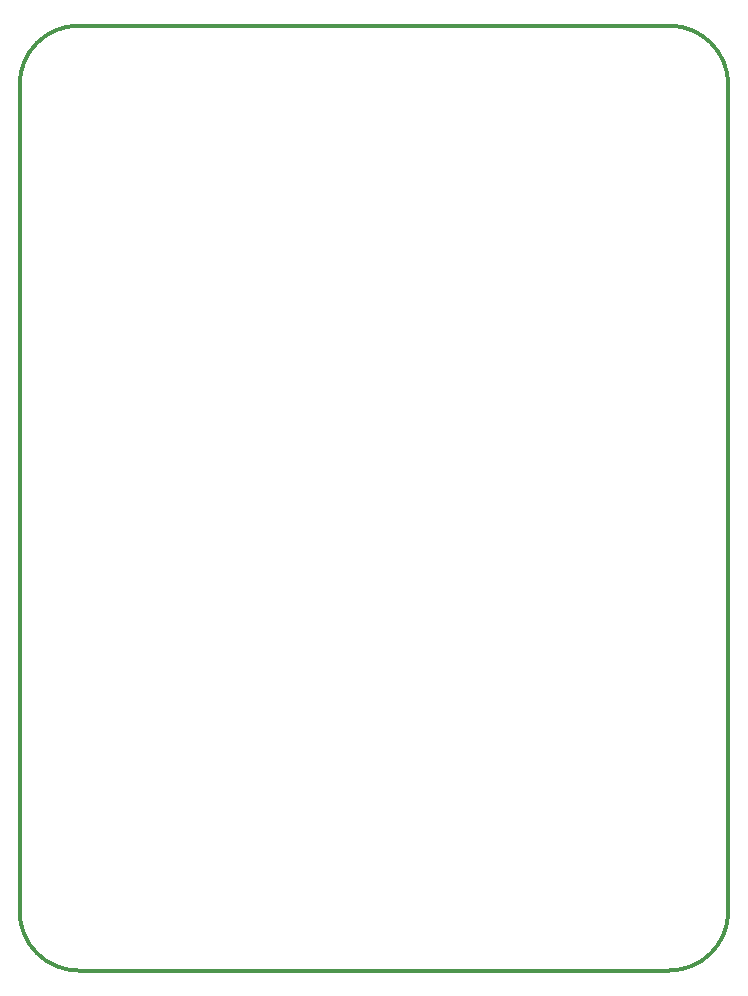
<source format=gbr>
G04 #@! TF.GenerationSoftware,KiCad,Pcbnew,(5.1.7)-1*
G04 #@! TF.CreationDate,2021-06-20T17:09:43-05:00*
G04 #@! TF.ProjectId,DaisySeedPedal,44616973-7953-4656-9564-506564616c2e,rev?*
G04 #@! TF.SameCoordinates,Original*
G04 #@! TF.FileFunction,Profile,NP*
%FSLAX46Y46*%
G04 Gerber Fmt 4.6, Leading zero omitted, Abs format (unit mm)*
G04 Created by KiCad (PCBNEW (5.1.7)-1) date 2021-06-20 17:09:43*
%MOMM*%
%LPD*%
G01*
G04 APERTURE LIST*
G04 #@! TA.AperFunction,Profile*
%ADD10C,0.300000*%
G04 #@! TD*
G04 APERTURE END LIST*
D10*
X50000000Y-125000000D02*
X100000000Y-125000000D01*
X45000000Y-50000000D02*
X45000000Y-120000000D01*
X105000000Y-120000000D02*
X105000000Y-50000000D01*
X105000000Y-120000000D02*
G75*
G02*
X100000000Y-125000000I-5000000J0D01*
G01*
X50000000Y-125000000D02*
G75*
G02*
X45000000Y-120000000I0J5000000D01*
G01*
X50000000Y-45000000D02*
X100000000Y-45000000D01*
X45000000Y-50000000D02*
G75*
G02*
X50000000Y-45000000I5000000J0D01*
G01*
X100000000Y-45000000D02*
G75*
G02*
X105000000Y-50000000I0J-5000000D01*
G01*
M02*

</source>
